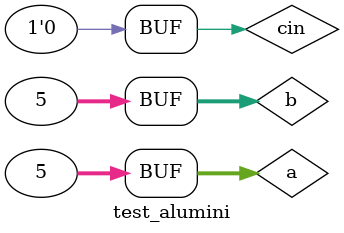
<source format=v>
module test_alumini;

	// Inputs
	reg [31:0] a;
	reg [31:0] b;
	reg cin;

	// Outputs
	wire [31:0] out;

	// Instantiate the Unit Under Test (UUT)
	alu uut (
		.out(out), 
		.a(a), 
		.b(b), 
		.cin(cin)
	);

	initial begin
		// Initialize Inputs
		a = 5;
		b = 5;
		cin = 0;

		// Wait 100 ns for global reset to finish
		#100;
        
		// Add stimulus here

	end
      
endmodule
</source>
